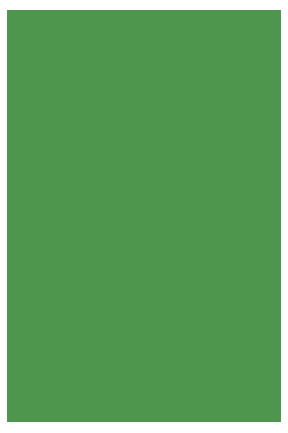
<source format=gts>
G04*
G04 #@! TF.GenerationSoftware,Altium Limited,Altium Designer,24.1.2 (44)*
G04*
G04 Layer_Color=8388736*
%FSLAX44Y44*%
%MOMM*%
G71*
G04*
G04 #@! TF.SameCoordinates,CE4EC833-A4B3-435F-913A-33A71637FA1F*
G04*
G04*
G04 #@! TF.FilePolarity,Negative*
G04*
G01*
G75*
%ADD15R,1.0000X4.5600*%
%ADD16R,0.8500X4.5600*%
%ADD17R,0.7500X0.9000*%
%ADD19R,0.9906X2.0066*%
%ADD20R,0.2032X0.7112*%
%ADD21R,0.7112X0.2032*%
%ADD22R,0.3048X0.8128*%
%ADD23R,0.8128X0.2794*%
%ADD24R,0.2794X0.8128*%
%ADD25R,0.2794X1.0160*%
%ADD26R,0.5000X0.4000*%
%ADD27R,2.5022X5.5031*%
%ADD29R,4.5600X1.0000*%
%ADD30R,4.5600X0.8500*%
%ADD31R,23.2410X34.9250*%
%ADD32R,2.3500X2.3500*%
%ADD33R,1.0700X0.8900*%
%ADD34R,1.7500X1.7500*%
%ADD35C,1.7500*%
%ADD36C,1.1500*%
%ADD37C,2.2000*%
%ADD38R,2.2000X2.2000*%
%ADD39R,1.7500X1.7500*%
%ADD40C,1.4200*%
%ADD41C,0.6580*%
D15*
X718350Y1101090D02*
D03*
X665950D02*
D03*
D16*
X692150D02*
D03*
D17*
X708310Y951230D02*
D03*
X696310D02*
D03*
D19*
X690880Y1043178D02*
D03*
D20*
X685800Y1060196D02*
D03*
X690880D02*
D03*
X695960D02*
D03*
Y1026160D02*
D03*
X690880D02*
D03*
X685800D02*
D03*
D21*
X702818Y1053338D02*
D03*
Y1048258D02*
D03*
Y1043178D02*
D03*
Y1038098D02*
D03*
Y1033018D02*
D03*
X678942D02*
D03*
Y1038098D02*
D03*
Y1043178D02*
D03*
Y1048258D02*
D03*
Y1053338D02*
D03*
D22*
X692904Y989330D02*
D03*
D23*
X700405Y994331D02*
D03*
Y989330D02*
D03*
Y984329D02*
D03*
X681355D02*
D03*
Y989330D02*
D03*
Y994331D02*
D03*
D24*
X695881Y974852D02*
D03*
X690880D02*
D03*
X685879D02*
D03*
Y1003808D02*
D03*
X690880D02*
D03*
D25*
X695881Y1002792D02*
D03*
D26*
X654050Y981330D02*
D03*
Y989330D02*
D03*
D27*
X746779Y908050D02*
D03*
X699770D02*
D03*
D29*
X770890Y963130D02*
D03*
Y1015530D02*
D03*
D30*
Y989330D02*
D03*
D31*
X681355Y955675D02*
D03*
D32*
X784680Y856461D02*
D03*
X698680D02*
D03*
Y811461D02*
D03*
X784680D02*
D03*
D33*
X735330Y989330D02*
D03*
Y976930D02*
D03*
D34*
X647700Y923290D02*
D03*
X594360D02*
D03*
D35*
X647700Y897890D02*
D03*
Y872490D02*
D03*
X626110Y817880D02*
D03*
X600710D02*
D03*
X594360Y897890D02*
D03*
Y872490D02*
D03*
D36*
X741680Y841461D02*
D03*
Y791461D02*
D03*
D37*
X633730Y1014730D02*
D03*
Y963930D02*
D03*
X582930D02*
D03*
Y1014730D02*
D03*
D38*
X608330Y989330D02*
D03*
D39*
X651510Y817880D02*
D03*
D40*
X662940Y1043940D02*
D03*
X647700Y923290D02*
D03*
X594360D02*
D03*
X669290Y967740D02*
D03*
X715010D02*
D03*
X713740Y1007110D02*
D03*
X666750D02*
D03*
D41*
X690880Y989330D02*
D03*
M02*

</source>
